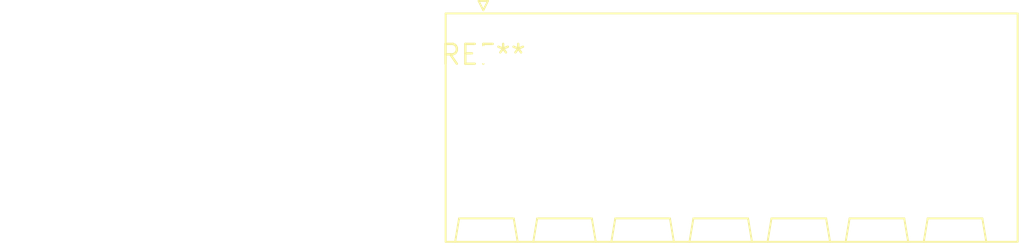
<source format=kicad_pcb>
(kicad_pcb (version 20240108) (generator pcbnew)
  (layers (0 "F.Cu" signal) (31 "B.Cu" signal) (34 "B.Paste" user) (35 "F.Paste" user) (36 "B.SilkS" user "B.Silkscreen") (37 "F.SilkS" user "F.Silkscreen") (38 "B.Mask" user) (39 "F.Mask" user) (44 "Edge.Cuts" user))
  (net 0 "")
  (footprint "PhoenixContact_SPT_2.5_7-H-5.0-EX_1x07_P5.0mm_Horizontal" (layer "F.Cu") (at 0 0)
    (property "Reference" "REF**")
    (property "Value" "PhoenixContact_SPT_2.5_7-H-5.0-EX_1x07_P5.0mm_Horizontal")
    (fp_line (start -2.41 -2.64) (end 34.21 -2.64) (layer "F.SilkS") (stroke (width 0.12)))
    (fp_line (start -2.41 11.98) (end -2.41 -2.64) (layer "F.SilkS") (stroke (width 0.12)))
    (fp_line (start -1.8 11.98) (end -1.55 10.48) (layer "F.SilkS") (stroke (width 0.12)))
    (fp_line (start -1.55 10.48) (end 1.95 10.48) (layer "F.SilkS") (stroke (width 0.12)))
    (fp_line (start -0.3 -3.44) (end 0 -2.84) (layer "F.SilkS") (stroke (width 0.12)))
    (fp_line (start -0.3 -3.44) (end 0.3 -3.44) (layer "F.SilkS") (stroke (width 0.12)))
    (fp_line (start 0.3 -3.44) (end 0 -2.84) (layer "F.SilkS") (stroke (width 0.12)))
    (fp_line (start 2.2 11.98) (end 1.95 10.48) (layer "F.SilkS") (stroke (width 0.12)))
    (fp_line (start 3.2 11.98) (end 3.45 10.48) (layer "F.SilkS") (stroke (width 0.12)))
    (fp_line (start 3.45 10.48) (end 6.95 10.48) (layer "F.SilkS") (stroke (width 0.12)))
    (fp_line (start 7.2 11.98) (end 6.95 10.48) (layer "F.SilkS") (stroke (width 0.12)))
    (fp_line (start 8.2 11.98) (end 8.45 10.48) (layer "F.SilkS") (stroke (width 0.12)))
    (fp_line (start 8.45 10.48) (end 11.95 10.48) (layer "F.SilkS") (stroke (width 0.12)))
    (fp_line (start 12.2 11.98) (end 11.95 10.48) (layer "F.SilkS") (stroke (width 0.12)))
    (fp_line (start 13.2 11.98) (end 13.45 10.48) (layer "F.SilkS") (stroke (width 0.12)))
    (fp_line (start 13.45 10.48) (end 16.95 10.48) (layer "F.SilkS") (stroke (width 0.12)))
    (fp_line (start 17.2 11.98) (end 16.95 10.48) (layer "F.SilkS") (stroke (width 0.12)))
    (fp_line (start 18.2 11.98) (end 18.45 10.48) (layer "F.SilkS") (stroke (width 0.12)))
    (fp_line (start 18.45 10.48) (end 21.95 10.48) (layer "F.SilkS") (stroke (width 0.12)))
    (fp_line (start 22.2 11.98) (end 21.95 10.48) (layer "F.SilkS") (stroke (width 0.12)))
    (fp_line (start 23.2 11.98) (end 23.45 10.48) (layer "F.SilkS") (stroke (width 0.12)))
    (fp_line (start 23.45 10.48) (end 26.95 10.48) (layer "F.SilkS") (stroke (width 0.12)))
    (fp_line (start 27.2 11.98) (end 26.95 10.48) (layer "F.SilkS") (stroke (width 0.12)))
    (fp_line (start 28.2 11.98) (end 28.45 10.48) (layer "F.SilkS") (stroke (width 0.12)))
    (fp_line (start 28.45 10.48) (end 31.95 10.48) (layer "F.SilkS") (stroke (width 0.12)))
    (fp_line (start 32.2 11.98) (end 31.95 10.48) (layer "F.SilkS") (stroke (width 0.12)))
    (fp_line (start 34.21 -2.64) (end 34.21 11.98) (layer "F.SilkS") (stroke (width 0.12)))
    (fp_line (start 34.21 11.98) (end -2.41 11.98) (layer "F.SilkS") (stroke (width 0.12)))
    (pad "1" thru_hole roundrect (at 0 0) (size 1.8 3.3) (drill 1.1) (layers *.Cu *.Mask) (remove_unused_layers) (roundrect_rratio 0.138889))
    (pad "1" thru_hole roundrect (at 0 8.2) (size 1.8 3.3) (drill 1.1) (layers *.Cu *.Mask) (remove_unused_layers) (roundrect_rratio 0.138889))
    (pad "2" thru_hole oval (at 5 0) (size 1.8 3.3) (drill 1.1) (layers *.Cu *.Mask) (remove_unused_layers))
    (pad "2" thru_hole oval (at 5 8.2) (size 1.8 3.3) (drill 1.1) (layers *.Cu *.Mask) (remove_unused_layers))
    (pad "3" thru_hole oval (at 10 0) (size 1.8 3.3) (drill 1.1) (layers *.Cu *.Mask) (remove_unused_layers))
    (pad "3" thru_hole oval (at 10 8.2) (size 1.8 3.3) (drill 1.1) (layers *.Cu *.Mask) (remove_unused_layers))
    (pad "4" thru_hole oval (at 15 0) (size 1.8 3.3) (drill 1.1) (layers *.Cu *.Mask) (remove_unused_layers))
    (pad "4" thru_hole oval (at 15 8.2) (size 1.8 3.3) (drill 1.1) (layers *.Cu *.Mask) (remove_unused_layers))
    (pad "5" thru_hole oval (at 20 0) (size 1.8 3.3) (drill 1.1) (layers *.Cu *.Mask) (remove_unused_layers))
    (pad "5" thru_hole oval (at 20 8.2) (size 1.8 3.3) (drill 1.1) (layers *.Cu *.Mask) (remove_unused_layers))
    (pad "6" thru_hole oval (at 25 0) (size 1.8 3.3) (drill 1.1) (layers *.Cu *.Mask) (remove_unused_layers))
    (pad "6" thru_hole oval (at 25 8.2) (size 1.8 3.3) (drill 1.1) (layers *.Cu *.Mask) (remove_unused_layers))
    (pad "7" thru_hole oval (at 30 0) (size 1.8 3.3) (drill 1.1) (layers *.Cu *.Mask) (remove_unused_layers))
    (pad "7" thru_hole oval (at 30 8.2) (size 1.8 3.3) (drill 1.1) (layers *.Cu *.Mask) (remove_unused_layers))
  )
)
</source>
